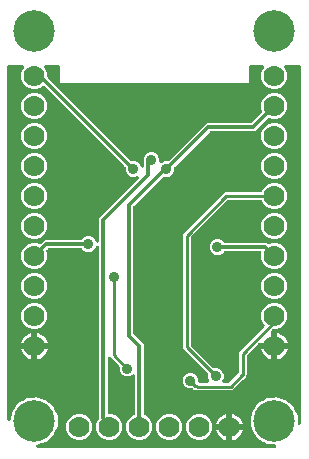
<source format=gbr>
G04 EAGLE Gerber RS-274X export*
G75*
%MOMM*%
%FSLAX34Y34*%
%LPD*%
%INBottom Copper*%
%IPPOS*%
%AMOC8*
5,1,8,0,0,1.08239X$1,22.5*%
G01*
%ADD10C,3.516000*%
%ADD11C,1.778000*%
%ADD12C,0.906400*%
%ADD13C,0.254000*%
%ADD14C,0.304800*%

G36*
X228642Y2546D02*
X228642Y2546D01*
X228719Y2545D01*
X228769Y2549D01*
X228803Y2556D01*
X228839Y2556D01*
X228930Y2579D01*
X228946Y2581D01*
X228964Y2587D01*
X228974Y2589D01*
X229111Y2616D01*
X229143Y2631D01*
X229177Y2639D01*
X229302Y2702D01*
X229429Y2759D01*
X229457Y2780D01*
X229488Y2796D01*
X229595Y2886D01*
X229706Y2970D01*
X229728Y2998D01*
X229755Y3020D01*
X229839Y3132D01*
X229927Y3239D01*
X229943Y3271D01*
X229964Y3299D01*
X230020Y3427D01*
X230082Y3551D01*
X230090Y3586D01*
X230105Y3618D01*
X230130Y3755D01*
X230162Y3891D01*
X230162Y3926D01*
X230169Y3961D01*
X230163Y4100D01*
X230163Y4239D01*
X230155Y4274D01*
X230153Y4309D01*
X230116Y4443D01*
X230084Y4579D01*
X230069Y4610D01*
X230059Y4644D01*
X229992Y4767D01*
X229931Y4892D01*
X229908Y4919D01*
X229891Y4950D01*
X229798Y5053D01*
X229710Y5161D01*
X229682Y5183D01*
X229658Y5209D01*
X229544Y5289D01*
X229434Y5374D01*
X229402Y5388D01*
X229373Y5408D01*
X229243Y5460D01*
X229116Y5518D01*
X229082Y5525D01*
X229049Y5538D01*
X228809Y5583D01*
X226942Y5779D01*
X226893Y5778D01*
X226783Y5787D01*
X224699Y5787D01*
X224167Y6008D01*
X224074Y6034D01*
X223984Y6070D01*
X223879Y6090D01*
X223832Y6103D01*
X223799Y6105D01*
X223743Y6115D01*
X222380Y6258D01*
X219468Y7940D01*
X219426Y7958D01*
X219290Y8028D01*
X217490Y8773D01*
X216902Y9361D01*
X216842Y9409D01*
X216788Y9465D01*
X216666Y9549D01*
X216629Y9578D01*
X216611Y9586D01*
X216586Y9604D01*
X215133Y10443D01*
X213376Y12861D01*
X213368Y12870D01*
X213220Y13043D01*
X211973Y14290D01*
X211559Y15290D01*
X211531Y15340D01*
X211512Y15394D01*
X211481Y15444D01*
X211479Y15447D01*
X211473Y15456D01*
X211399Y15579D01*
X211390Y15595D01*
X211387Y15597D01*
X211384Y15602D01*
X210213Y17214D01*
X209664Y19798D01*
X209658Y19815D01*
X209656Y19832D01*
X209581Y20065D01*
X208987Y21499D01*
X208987Y22822D01*
X208983Y22859D01*
X208985Y22896D01*
X208954Y23139D01*
X208473Y25400D01*
X208954Y27661D01*
X208958Y27698D01*
X208968Y27734D01*
X208987Y27978D01*
X208987Y29301D01*
X209581Y30735D01*
X209586Y30752D01*
X209594Y30767D01*
X209664Y31002D01*
X210213Y33586D01*
X211384Y35198D01*
X211412Y35247D01*
X211448Y35292D01*
X211546Y35485D01*
X211555Y35501D01*
X211556Y35505D01*
X211559Y35510D01*
X211973Y36510D01*
X213220Y37757D01*
X213228Y37766D01*
X213376Y37939D01*
X215133Y40357D01*
X216586Y41196D01*
X216648Y41242D01*
X216716Y41280D01*
X216828Y41376D01*
X216866Y41404D01*
X216879Y41419D01*
X216902Y41439D01*
X217490Y42027D01*
X219290Y42772D01*
X219330Y42795D01*
X219468Y42860D01*
X222380Y44542D01*
X223743Y44685D01*
X223838Y44706D01*
X223934Y44717D01*
X224036Y44750D01*
X224084Y44761D01*
X224114Y44775D01*
X224167Y44792D01*
X224699Y45013D01*
X226783Y45013D01*
X226832Y45018D01*
X226942Y45021D01*
X230704Y45416D01*
X231717Y45087D01*
X231831Y45064D01*
X231944Y45032D01*
X232018Y45026D01*
X232058Y45018D01*
X232103Y45020D01*
X232188Y45013D01*
X232501Y45013D01*
X234465Y44199D01*
X234506Y44188D01*
X234577Y44158D01*
X238663Y42830D01*
X239230Y42320D01*
X239341Y42241D01*
X239448Y42156D01*
X239490Y42135D01*
X239514Y42118D01*
X239560Y42099D01*
X239666Y42045D01*
X239710Y42027D01*
X241075Y40661D01*
X241099Y40642D01*
X241133Y40607D01*
X244883Y37230D01*
X245070Y36810D01*
X245150Y36675D01*
X245184Y36614D01*
X245530Y35778D01*
X245538Y35764D01*
X245546Y35741D01*
X248287Y29585D01*
X248287Y23800D01*
X248300Y23686D01*
X248304Y23572D01*
X248320Y23514D01*
X248327Y23454D01*
X248365Y23346D01*
X248396Y23235D01*
X248424Y23182D01*
X248444Y23126D01*
X248507Y23030D01*
X248561Y22929D01*
X248601Y22884D01*
X248633Y22833D01*
X248716Y22753D01*
X248792Y22667D01*
X248841Y22633D01*
X248884Y22591D01*
X248983Y22532D01*
X249076Y22466D01*
X249132Y22443D01*
X249183Y22412D01*
X249292Y22377D01*
X249399Y22334D01*
X249458Y22324D01*
X249515Y22306D01*
X249629Y22297D01*
X249743Y22279D01*
X249803Y22283D01*
X249862Y22278D01*
X249976Y22295D01*
X250090Y22303D01*
X250148Y22321D01*
X250207Y22330D01*
X250314Y22372D01*
X250423Y22406D01*
X250475Y22436D01*
X250531Y22458D01*
X250625Y22524D01*
X250724Y22582D01*
X250768Y22623D01*
X250817Y22657D01*
X250894Y22742D01*
X250977Y22822D01*
X251010Y22872D01*
X251050Y22916D01*
X251106Y23017D01*
X251169Y23112D01*
X251190Y23169D01*
X251219Y23221D01*
X251250Y23332D01*
X251290Y23439D01*
X251302Y23516D01*
X251314Y23557D01*
X251319Y23619D01*
X251329Y23681D01*
X251455Y25280D01*
X251453Y25323D01*
X251459Y25400D01*
X251459Y325120D01*
X251456Y325146D01*
X251458Y325172D01*
X251436Y325319D01*
X251419Y325466D01*
X251411Y325491D01*
X251407Y325517D01*
X251352Y325655D01*
X251302Y325794D01*
X251288Y325816D01*
X251278Y325841D01*
X251193Y325962D01*
X251113Y326087D01*
X251094Y326105D01*
X251079Y326127D01*
X250969Y326226D01*
X250862Y326329D01*
X250840Y326343D01*
X250820Y326360D01*
X250690Y326432D01*
X250563Y326508D01*
X250538Y326516D01*
X250515Y326529D01*
X250372Y326569D01*
X250231Y326614D01*
X250205Y326616D01*
X250180Y326624D01*
X249936Y326643D01*
X238581Y326643D01*
X238481Y326632D01*
X238381Y326630D01*
X238309Y326612D01*
X238235Y326603D01*
X238141Y326570D01*
X238043Y326545D01*
X237977Y326511D01*
X237907Y326486D01*
X237823Y326431D01*
X237733Y326385D01*
X237677Y326337D01*
X237614Y326297D01*
X237544Y326225D01*
X237468Y326160D01*
X237424Y326100D01*
X237372Y326046D01*
X237320Y325960D01*
X237261Y325879D01*
X237231Y325811D01*
X237193Y325747D01*
X237162Y325651D01*
X237123Y325559D01*
X237110Y325486D01*
X237087Y325415D01*
X237079Y325315D01*
X237061Y325216D01*
X237065Y325142D01*
X237059Y325068D01*
X237074Y324968D01*
X237079Y324868D01*
X237100Y324797D01*
X237111Y324723D01*
X237148Y324630D01*
X237176Y324533D01*
X237212Y324468D01*
X237239Y324399D01*
X237297Y324317D01*
X237346Y324229D01*
X237411Y324153D01*
X237438Y324113D01*
X237465Y324089D01*
X237504Y324043D01*
X237860Y323687D01*
X239523Y319673D01*
X239523Y315327D01*
X237860Y311313D01*
X234787Y308240D01*
X230773Y306577D01*
X226427Y306577D01*
X222413Y308240D01*
X219340Y311313D01*
X217677Y315327D01*
X217677Y319673D01*
X219340Y323687D01*
X219696Y324043D01*
X219758Y324121D01*
X219828Y324194D01*
X219866Y324258D01*
X219912Y324316D01*
X219955Y324407D01*
X220007Y324493D01*
X220030Y324564D01*
X220061Y324631D01*
X220082Y324729D01*
X220113Y324825D01*
X220119Y324899D01*
X220135Y324972D01*
X220133Y325072D01*
X220141Y325172D01*
X220130Y325246D01*
X220129Y325320D01*
X220104Y325417D01*
X220089Y325517D01*
X220062Y325586D01*
X220044Y325658D01*
X219998Y325748D01*
X219961Y325841D01*
X219918Y325902D01*
X219884Y325968D01*
X219819Y326045D01*
X219762Y326127D01*
X219707Y326177D01*
X219658Y326233D01*
X219577Y326293D01*
X219503Y326360D01*
X219438Y326396D01*
X219378Y326441D01*
X219286Y326480D01*
X219198Y326529D01*
X219126Y326549D01*
X219058Y326579D01*
X218959Y326596D01*
X218863Y326624D01*
X218762Y326632D01*
X218715Y326640D01*
X218679Y326638D01*
X218619Y326643D01*
X208524Y326643D01*
X208498Y326640D01*
X208472Y326642D01*
X208325Y326620D01*
X208178Y326603D01*
X208153Y326595D01*
X208127Y326591D01*
X207989Y326536D01*
X207850Y326486D01*
X207828Y326472D01*
X207803Y326462D01*
X207682Y326377D01*
X207557Y326297D01*
X207539Y326278D01*
X207517Y326263D01*
X207418Y326153D01*
X207315Y326046D01*
X207301Y326024D01*
X207284Y326004D01*
X207212Y325874D01*
X207136Y325747D01*
X207128Y325722D01*
X207115Y325699D01*
X207075Y325556D01*
X207030Y325415D01*
X207028Y325389D01*
X207020Y325364D01*
X207001Y325120D01*
X207001Y311460D01*
X207000Y311459D01*
X47000Y311459D01*
X46999Y311460D01*
X46999Y325120D01*
X46996Y325146D01*
X46998Y325172D01*
X46976Y325319D01*
X46959Y325466D01*
X46951Y325491D01*
X46947Y325517D01*
X46892Y325655D01*
X46842Y325794D01*
X46828Y325816D01*
X46818Y325841D01*
X46733Y325962D01*
X46653Y326087D01*
X46634Y326105D01*
X46619Y326127D01*
X46509Y326226D01*
X46402Y326329D01*
X46380Y326343D01*
X46360Y326360D01*
X46230Y326432D01*
X46103Y326508D01*
X46078Y326516D01*
X46055Y326529D01*
X45912Y326569D01*
X45771Y326614D01*
X45745Y326616D01*
X45720Y326624D01*
X45476Y326643D01*
X35381Y326643D01*
X35281Y326632D01*
X35181Y326630D01*
X35109Y326612D01*
X35035Y326603D01*
X34941Y326570D01*
X34843Y326545D01*
X34777Y326511D01*
X34707Y326486D01*
X34623Y326431D01*
X34533Y326385D01*
X34477Y326337D01*
X34414Y326297D01*
X34344Y326225D01*
X34268Y326160D01*
X34224Y326100D01*
X34172Y326046D01*
X34120Y325960D01*
X34061Y325879D01*
X34031Y325811D01*
X33993Y325747D01*
X33962Y325651D01*
X33923Y325559D01*
X33910Y325486D01*
X33887Y325415D01*
X33879Y325315D01*
X33861Y325216D01*
X33865Y325142D01*
X33859Y325068D01*
X33874Y324968D01*
X33879Y324868D01*
X33900Y324797D01*
X33911Y324723D01*
X33948Y324630D01*
X33976Y324533D01*
X34012Y324468D01*
X34039Y324399D01*
X34097Y324317D01*
X34146Y324229D01*
X34211Y324153D01*
X34238Y324113D01*
X34265Y324089D01*
X34304Y324043D01*
X34660Y323687D01*
X36323Y319673D01*
X36323Y317318D01*
X36337Y317193D01*
X36344Y317066D01*
X36357Y317020D01*
X36363Y316972D01*
X36405Y316853D01*
X36440Y316732D01*
X36464Y316689D01*
X36480Y316644D01*
X36549Y316538D01*
X36610Y316427D01*
X36650Y316381D01*
X36669Y316351D01*
X36704Y316318D01*
X36769Y316241D01*
X107239Y245771D01*
X107338Y245692D01*
X107432Y245608D01*
X107474Y245584D01*
X107512Y245554D01*
X107626Y245500D01*
X107737Y245439D01*
X107784Y245426D01*
X107827Y245405D01*
X107951Y245379D01*
X108072Y245344D01*
X108133Y245339D01*
X108168Y245332D01*
X108216Y245333D01*
X108316Y245325D01*
X110526Y245325D01*
X112939Y244325D01*
X114785Y242479D01*
X115433Y240916D01*
X115457Y240872D01*
X115474Y240824D01*
X115542Y240720D01*
X115602Y240611D01*
X115636Y240574D01*
X115663Y240531D01*
X115753Y240445D01*
X115836Y240353D01*
X115878Y240324D01*
X115914Y240289D01*
X116021Y240225D01*
X116123Y240155D01*
X116170Y240136D01*
X116213Y240110D01*
X116331Y240073D01*
X116447Y240027D01*
X116497Y240020D01*
X116545Y240004D01*
X116669Y239994D01*
X116792Y239976D01*
X116842Y239980D01*
X116892Y239976D01*
X117015Y239995D01*
X117139Y240005D01*
X117187Y240020D01*
X117237Y240028D01*
X117352Y240074D01*
X117471Y240112D01*
X117514Y240138D01*
X117561Y240157D01*
X117663Y240227D01*
X117769Y240292D01*
X117806Y240327D01*
X117847Y240356D01*
X117930Y240448D01*
X118019Y240535D01*
X118047Y240577D01*
X118080Y240614D01*
X118140Y240723D01*
X118208Y240828D01*
X118225Y240875D01*
X118249Y240919D01*
X118283Y241039D01*
X118324Y241156D01*
X118330Y241206D01*
X118344Y241255D01*
X118363Y241499D01*
X118363Y243641D01*
X118363Y243643D01*
X118363Y243645D01*
X118344Y243811D01*
X118323Y243988D01*
X118323Y243990D01*
X118322Y243992D01*
X118247Y244224D01*
X117895Y245074D01*
X117895Y247686D01*
X118895Y250099D01*
X120741Y251945D01*
X123154Y252945D01*
X125766Y252945D01*
X128179Y251945D01*
X130025Y250099D01*
X131025Y247686D01*
X131025Y245586D01*
X131036Y245486D01*
X131038Y245385D01*
X131056Y245313D01*
X131065Y245240D01*
X131099Y245145D01*
X131123Y245047D01*
X131157Y244981D01*
X131182Y244912D01*
X131237Y244827D01*
X131283Y244738D01*
X131331Y244681D01*
X131371Y244619D01*
X131444Y244549D01*
X131509Y244472D01*
X131568Y244428D01*
X131622Y244377D01*
X131708Y244325D01*
X131789Y244265D01*
X131857Y244236D01*
X131921Y244198D01*
X132017Y244167D01*
X132109Y244127D01*
X132182Y244114D01*
X132253Y244092D01*
X132353Y244084D01*
X132453Y244066D01*
X132526Y244070D01*
X132600Y244064D01*
X132700Y244079D01*
X132801Y244084D01*
X132872Y244104D01*
X132945Y244115D01*
X133039Y244153D01*
X133135Y244181D01*
X133200Y244217D01*
X133269Y244244D01*
X133303Y244268D01*
X135854Y245325D01*
X138064Y245325D01*
X138189Y245339D01*
X138316Y245346D01*
X138362Y245359D01*
X138410Y245365D01*
X138529Y245407D01*
X138650Y245442D01*
X138693Y245466D01*
X138738Y245482D01*
X138844Y245551D01*
X138955Y245612D01*
X139001Y245652D01*
X139031Y245671D01*
X139064Y245706D01*
X139141Y245771D01*
X168717Y275347D01*
X171247Y277877D01*
X208716Y277877D01*
X208841Y277891D01*
X208968Y277898D01*
X209014Y277911D01*
X209062Y277917D01*
X209181Y277959D01*
X209302Y277994D01*
X209345Y278018D01*
X209390Y278034D01*
X209496Y278103D01*
X209607Y278164D01*
X209653Y278204D01*
X209683Y278223D01*
X209717Y278258D01*
X209793Y278323D01*
X218047Y286577D01*
X218095Y286637D01*
X218150Y286690D01*
X218203Y286773D01*
X218264Y286850D01*
X218296Y286919D01*
X218338Y286984D01*
X218371Y287076D01*
X218413Y287165D01*
X218429Y287240D01*
X218454Y287312D01*
X218465Y287410D01*
X218486Y287506D01*
X218485Y287582D01*
X218493Y287658D01*
X218482Y287756D01*
X218480Y287854D01*
X218461Y287929D01*
X218453Y288004D01*
X218407Y288146D01*
X218395Y288192D01*
X218386Y288209D01*
X218377Y288237D01*
X217677Y289927D01*
X217677Y294273D01*
X219340Y298287D01*
X222413Y301360D01*
X226427Y303023D01*
X230773Y303023D01*
X234787Y301360D01*
X237860Y298287D01*
X239523Y294273D01*
X239523Y289927D01*
X237860Y285913D01*
X234787Y282840D01*
X230773Y281177D01*
X226427Y281177D01*
X224737Y281877D01*
X224664Y281898D01*
X224593Y281929D01*
X224497Y281946D01*
X224402Y281973D01*
X224326Y281977D01*
X224250Y281990D01*
X224152Y281985D01*
X224054Y281990D01*
X223979Y281976D01*
X223902Y281972D01*
X223808Y281945D01*
X223711Y281927D01*
X223641Y281897D01*
X223568Y281876D01*
X223482Y281828D01*
X223391Y281789D01*
X223330Y281743D01*
X223263Y281706D01*
X223150Y281609D01*
X223112Y281581D01*
X223099Y281566D01*
X223077Y281547D01*
X214823Y273293D01*
X212293Y270763D01*
X174824Y270763D01*
X174699Y270749D01*
X174572Y270742D01*
X174526Y270729D01*
X174478Y270723D01*
X174359Y270681D01*
X174238Y270646D01*
X174195Y270622D01*
X174150Y270606D01*
X174044Y270537D01*
X173933Y270476D01*
X173887Y270436D01*
X173857Y270417D01*
X173824Y270382D01*
X173747Y270317D01*
X144171Y240741D01*
X144092Y240642D01*
X144008Y240548D01*
X143984Y240506D01*
X143954Y240468D01*
X143900Y240354D01*
X143839Y240243D01*
X143826Y240196D01*
X143805Y240153D01*
X143779Y240029D01*
X143744Y239908D01*
X143739Y239847D01*
X143732Y239812D01*
X143733Y239764D01*
X143725Y239664D01*
X143725Y237454D01*
X142725Y235041D01*
X140879Y233195D01*
X138466Y232195D01*
X135854Y232195D01*
X135735Y232245D01*
X135661Y232266D01*
X135591Y232296D01*
X135494Y232313D01*
X135400Y232340D01*
X135323Y232344D01*
X135248Y232358D01*
X135150Y232353D01*
X135051Y232357D01*
X134976Y232344D01*
X134900Y232340D01*
X134805Y232313D01*
X134709Y232295D01*
X134638Y232264D01*
X134565Y232243D01*
X134479Y232195D01*
X134389Y232156D01*
X134328Y232110D01*
X134261Y232073D01*
X134147Y231976D01*
X134109Y231948D01*
X134097Y231934D01*
X134075Y231915D01*
X109413Y207253D01*
X109334Y207154D01*
X109250Y207060D01*
X109226Y207018D01*
X109196Y206980D01*
X109142Y206866D01*
X109081Y206755D01*
X109068Y206708D01*
X109047Y206665D01*
X109021Y206541D01*
X108986Y206420D01*
X108981Y206359D01*
X108974Y206324D01*
X108975Y206276D01*
X108967Y206176D01*
X108967Y99894D01*
X108981Y99769D01*
X108988Y99642D01*
X109001Y99596D01*
X109007Y99548D01*
X109049Y99429D01*
X109084Y99308D01*
X109108Y99265D01*
X109124Y99220D01*
X109193Y99114D01*
X109254Y99003D01*
X109294Y98957D01*
X109313Y98927D01*
X109348Y98894D01*
X109413Y98817D01*
X117857Y90373D01*
X117857Y31687D01*
X117865Y31611D01*
X117864Y31535D01*
X117885Y31439D01*
X117897Y31341D01*
X117922Y31269D01*
X117939Y31194D01*
X117981Y31106D01*
X118014Y31013D01*
X118056Y30949D01*
X118088Y30880D01*
X118150Y30803D01*
X118203Y30720D01*
X118258Y30667D01*
X118306Y30607D01*
X118383Y30546D01*
X118454Y30478D01*
X118519Y30439D01*
X118579Y30391D01*
X118712Y30323D01*
X118753Y30299D01*
X118771Y30293D01*
X118797Y30280D01*
X120487Y29580D01*
X123560Y26507D01*
X125223Y22493D01*
X125223Y18147D01*
X123560Y14133D01*
X120487Y11060D01*
X116473Y9397D01*
X112127Y9397D01*
X108113Y11060D01*
X105040Y14133D01*
X103377Y18147D01*
X103377Y22493D01*
X105040Y26507D01*
X108113Y29580D01*
X109803Y30280D01*
X109870Y30317D01*
X109941Y30345D01*
X110022Y30401D01*
X110108Y30449D01*
X110164Y30501D01*
X110227Y30544D01*
X110293Y30617D01*
X110366Y30683D01*
X110409Y30746D01*
X110460Y30803D01*
X110508Y30889D01*
X110564Y30970D01*
X110592Y31041D01*
X110629Y31108D01*
X110656Y31203D01*
X110692Y31294D01*
X110703Y31370D01*
X110724Y31443D01*
X110736Y31592D01*
X110743Y31639D01*
X110741Y31658D01*
X110743Y31687D01*
X110743Y63492D01*
X110741Y63509D01*
X110742Y63523D01*
X110732Y63594D01*
X110730Y63692D01*
X110712Y63764D01*
X110703Y63838D01*
X110670Y63933D01*
X110645Y64030D01*
X110611Y64096D01*
X110586Y64166D01*
X110531Y64251D01*
X110485Y64340D01*
X110437Y64397D01*
X110397Y64459D01*
X110325Y64529D01*
X110260Y64605D01*
X110200Y64650D01*
X110146Y64701D01*
X110060Y64753D01*
X109979Y64812D01*
X109911Y64842D01*
X109847Y64880D01*
X109752Y64911D01*
X109659Y64950D01*
X109586Y64964D01*
X109515Y64986D01*
X109415Y64994D01*
X109316Y65012D01*
X109242Y65008D01*
X109168Y65014D01*
X109069Y64999D01*
X108968Y64994D01*
X108897Y64974D01*
X108823Y64963D01*
X108730Y64925D01*
X108633Y64898D01*
X108568Y64861D01*
X108499Y64834D01*
X108417Y64777D01*
X108329Y64727D01*
X108253Y64662D01*
X108213Y64635D01*
X108189Y64608D01*
X108143Y64569D01*
X107859Y64285D01*
X105446Y63285D01*
X102834Y63285D01*
X100421Y64285D01*
X98575Y66131D01*
X97575Y68544D01*
X97575Y71113D01*
X97573Y71128D01*
X97574Y71139D01*
X97565Y71200D01*
X97561Y71239D01*
X97554Y71365D01*
X97541Y71411D01*
X97535Y71459D01*
X97493Y71578D01*
X97458Y71700D01*
X97434Y71742D01*
X97418Y71787D01*
X97349Y71894D01*
X97288Y72004D01*
X97248Y72050D01*
X97229Y72080D01*
X97194Y72114D01*
X97129Y72190D01*
X89977Y79342D01*
X89899Y79405D01*
X89826Y79474D01*
X89762Y79513D01*
X89704Y79559D01*
X89613Y79602D01*
X89527Y79653D01*
X89456Y79676D01*
X89389Y79708D01*
X89291Y79729D01*
X89195Y79759D01*
X89121Y79765D01*
X89048Y79781D01*
X88948Y79779D01*
X88848Y79787D01*
X88774Y79776D01*
X88700Y79775D01*
X88603Y79751D01*
X88503Y79736D01*
X88434Y79708D01*
X88362Y79690D01*
X88272Y79644D01*
X88179Y79607D01*
X88118Y79565D01*
X88052Y79530D01*
X87975Y79465D01*
X87893Y79408D01*
X87843Y79353D01*
X87787Y79305D01*
X87727Y79224D01*
X87660Y79149D01*
X87624Y79084D01*
X87579Y79024D01*
X87540Y78932D01*
X87491Y78844D01*
X87471Y78773D01*
X87441Y78704D01*
X87424Y78606D01*
X87396Y78509D01*
X87388Y78409D01*
X87380Y78361D01*
X87382Y78326D01*
X87377Y78265D01*
X87377Y32766D01*
X87380Y32740D01*
X87378Y32714D01*
X87400Y32567D01*
X87417Y32420D01*
X87425Y32395D01*
X87429Y32369D01*
X87484Y32231D01*
X87534Y32092D01*
X87548Y32070D01*
X87558Y32045D01*
X87643Y31924D01*
X87723Y31799D01*
X87742Y31781D01*
X87757Y31759D01*
X87867Y31660D01*
X87974Y31557D01*
X87996Y31543D01*
X88016Y31526D01*
X88146Y31454D01*
X88273Y31378D01*
X88298Y31370D01*
X88321Y31357D01*
X88464Y31317D01*
X88605Y31272D01*
X88631Y31270D01*
X88656Y31262D01*
X88900Y31243D01*
X91073Y31243D01*
X95087Y29580D01*
X98160Y26507D01*
X99823Y22493D01*
X99823Y18147D01*
X98160Y14133D01*
X95087Y11060D01*
X91073Y9397D01*
X86727Y9397D01*
X82713Y11060D01*
X79640Y14133D01*
X77977Y18147D01*
X77977Y22493D01*
X79640Y26507D01*
X79817Y26684D01*
X79896Y26783D01*
X79980Y26877D01*
X80004Y26919D01*
X80034Y26957D01*
X80088Y27071D01*
X80149Y27182D01*
X80162Y27229D01*
X80183Y27272D01*
X80209Y27396D01*
X80244Y27517D01*
X80249Y27578D01*
X80256Y27613D01*
X80255Y27661D01*
X80263Y27761D01*
X80263Y172521D01*
X80258Y172571D01*
X80260Y172622D01*
X80238Y172744D01*
X80223Y172868D01*
X80206Y172915D01*
X80197Y172965D01*
X80148Y173079D01*
X80106Y173196D01*
X80079Y173238D01*
X80059Y173284D01*
X79984Y173384D01*
X79917Y173489D01*
X79881Y173524D01*
X79851Y173564D01*
X79756Y173644D01*
X79666Y173731D01*
X79623Y173757D01*
X79585Y173789D01*
X79474Y173846D01*
X79367Y173910D01*
X79319Y173925D01*
X79274Y173948D01*
X79154Y173978D01*
X79035Y174016D01*
X78985Y174020D01*
X78936Y174032D01*
X78812Y174034D01*
X78688Y174044D01*
X78638Y174036D01*
X78588Y174037D01*
X78466Y174011D01*
X78343Y173992D01*
X78296Y173973D01*
X78247Y173963D01*
X78135Y173909D01*
X78019Y173863D01*
X77978Y173835D01*
X77932Y173813D01*
X77835Y173735D01*
X77733Y173664D01*
X77699Y173627D01*
X77660Y173596D01*
X77583Y173498D01*
X77500Y173406D01*
X77475Y173362D01*
X77444Y173322D01*
X77333Y173104D01*
X76685Y171541D01*
X74839Y169695D01*
X72426Y168695D01*
X69814Y168695D01*
X67401Y169695D01*
X65839Y171257D01*
X65740Y171336D01*
X65646Y171420D01*
X65604Y171444D01*
X65566Y171474D01*
X65452Y171528D01*
X65341Y171589D01*
X65294Y171602D01*
X65251Y171623D01*
X65127Y171649D01*
X65006Y171684D01*
X64945Y171689D01*
X64910Y171696D01*
X64862Y171695D01*
X64762Y171703D01*
X37664Y171703D01*
X37539Y171689D01*
X37412Y171682D01*
X37366Y171669D01*
X37318Y171663D01*
X37199Y171621D01*
X37078Y171586D01*
X37035Y171562D01*
X36990Y171546D01*
X36884Y171477D01*
X36773Y171416D01*
X36727Y171376D01*
X36697Y171357D01*
X36664Y171322D01*
X36587Y171257D01*
X35953Y170623D01*
X35905Y170563D01*
X35850Y170510D01*
X35797Y170427D01*
X35736Y170350D01*
X35703Y170281D01*
X35662Y170216D01*
X35629Y170124D01*
X35587Y170035D01*
X35571Y169960D01*
X35546Y169888D01*
X35535Y169790D01*
X35514Y169694D01*
X35515Y169618D01*
X35507Y169542D01*
X35518Y169444D01*
X35520Y169346D01*
X35539Y169272D01*
X35547Y169196D01*
X35593Y169054D01*
X35605Y169008D01*
X35614Y168991D01*
X35623Y168963D01*
X36323Y167273D01*
X36323Y162927D01*
X34660Y158913D01*
X31587Y155840D01*
X27573Y154177D01*
X23227Y154177D01*
X19213Y155840D01*
X16140Y158913D01*
X14477Y162927D01*
X14477Y167273D01*
X16140Y171287D01*
X19213Y174360D01*
X23227Y176023D01*
X27573Y176023D01*
X29263Y175323D01*
X29336Y175302D01*
X29407Y175271D01*
X29503Y175254D01*
X29598Y175227D01*
X29674Y175223D01*
X29750Y175210D01*
X29848Y175215D01*
X29946Y175210D01*
X30021Y175224D01*
X30098Y175228D01*
X30192Y175255D01*
X30289Y175273D01*
X30359Y175303D01*
X30432Y175324D01*
X30518Y175372D01*
X30609Y175411D01*
X30670Y175457D01*
X30737Y175494D01*
X30850Y175591D01*
X30888Y175619D01*
X30901Y175634D01*
X30923Y175653D01*
X34087Y178817D01*
X64762Y178817D01*
X64887Y178831D01*
X65014Y178838D01*
X65060Y178851D01*
X65108Y178857D01*
X65227Y178899D01*
X65348Y178934D01*
X65391Y178958D01*
X65436Y178974D01*
X65542Y179043D01*
X65653Y179104D01*
X65699Y179144D01*
X65729Y179163D01*
X65762Y179198D01*
X65839Y179263D01*
X67401Y180825D01*
X69814Y181825D01*
X72426Y181825D01*
X74839Y180825D01*
X76685Y178979D01*
X77333Y177416D01*
X77357Y177372D01*
X77374Y177324D01*
X77442Y177220D01*
X77502Y177111D01*
X77536Y177074D01*
X77563Y177031D01*
X77653Y176945D01*
X77736Y176853D01*
X77778Y176824D01*
X77814Y176789D01*
X77921Y176725D01*
X78023Y176655D01*
X78070Y176636D01*
X78113Y176610D01*
X78231Y176573D01*
X78347Y176527D01*
X78397Y176520D01*
X78445Y176504D01*
X78569Y176494D01*
X78692Y176476D01*
X78742Y176480D01*
X78792Y176476D01*
X78915Y176495D01*
X79039Y176505D01*
X79087Y176520D01*
X79137Y176528D01*
X79252Y176574D01*
X79371Y176612D01*
X79414Y176638D01*
X79461Y176657D01*
X79563Y176728D01*
X79669Y176792D01*
X79706Y176827D01*
X79747Y176856D01*
X79830Y176948D01*
X79919Y177035D01*
X79947Y177077D01*
X79980Y177114D01*
X80040Y177223D01*
X80108Y177328D01*
X80125Y177375D01*
X80149Y177419D01*
X80183Y177539D01*
X80224Y177656D01*
X80230Y177706D01*
X80244Y177755D01*
X80263Y177999D01*
X80263Y197053D01*
X113441Y230231D01*
X113472Y230270D01*
X113509Y230304D01*
X113580Y230406D01*
X113657Y230504D01*
X113679Y230549D01*
X113707Y230591D01*
X113753Y230706D01*
X113806Y230819D01*
X113817Y230868D01*
X113835Y230915D01*
X113853Y231038D01*
X113880Y231159D01*
X113879Y231210D01*
X113886Y231260D01*
X113876Y231384D01*
X113874Y231508D01*
X113861Y231557D01*
X113857Y231607D01*
X113819Y231725D01*
X113789Y231846D01*
X113766Y231891D01*
X113750Y231939D01*
X113686Y232045D01*
X113629Y232156D01*
X113596Y232194D01*
X113570Y232237D01*
X113484Y232326D01*
X113403Y232421D01*
X113363Y232451D01*
X113328Y232487D01*
X113223Y232554D01*
X113123Y232628D01*
X113077Y232648D01*
X113034Y232675D01*
X112917Y232717D01*
X112803Y232766D01*
X112753Y232775D01*
X112706Y232792D01*
X112582Y232806D01*
X112460Y232828D01*
X112410Y232825D01*
X112360Y232831D01*
X112236Y232816D01*
X112112Y232810D01*
X112063Y232796D01*
X112013Y232790D01*
X111781Y232715D01*
X110526Y232195D01*
X107914Y232195D01*
X105501Y233195D01*
X103655Y235041D01*
X102655Y237454D01*
X102655Y239664D01*
X102641Y239789D01*
X102634Y239916D01*
X102621Y239962D01*
X102615Y240010D01*
X102573Y240129D01*
X102538Y240250D01*
X102514Y240293D01*
X102498Y240338D01*
X102429Y240444D01*
X102368Y240555D01*
X102328Y240601D01*
X102309Y240631D01*
X102274Y240665D01*
X102209Y240741D01*
X34226Y308724D01*
X34205Y308741D01*
X34188Y308761D01*
X34069Y308849D01*
X33953Y308941D01*
X33929Y308952D01*
X33908Y308968D01*
X33772Y309027D01*
X33638Y309090D01*
X33612Y309095D01*
X33588Y309106D01*
X33441Y309132D01*
X33297Y309163D01*
X33271Y309163D01*
X33245Y309168D01*
X33096Y309160D01*
X32948Y309157D01*
X32923Y309151D01*
X32897Y309150D01*
X32754Y309109D01*
X32610Y309072D01*
X32587Y309060D01*
X32562Y309053D01*
X32433Y308981D01*
X32301Y308913D01*
X32281Y308896D01*
X32258Y308883D01*
X32071Y308724D01*
X31587Y308240D01*
X27573Y306577D01*
X23227Y306577D01*
X19213Y308240D01*
X16140Y311313D01*
X14477Y315327D01*
X14477Y319673D01*
X16140Y323687D01*
X16496Y324043D01*
X16558Y324121D01*
X16628Y324194D01*
X16666Y324258D01*
X16712Y324316D01*
X16755Y324407D01*
X16807Y324493D01*
X16830Y324564D01*
X16861Y324631D01*
X16882Y324729D01*
X16913Y324825D01*
X16919Y324899D01*
X16935Y324972D01*
X16933Y325072D01*
X16941Y325172D01*
X16930Y325246D01*
X16929Y325320D01*
X16904Y325417D01*
X16889Y325517D01*
X16862Y325586D01*
X16844Y325658D01*
X16798Y325748D01*
X16761Y325841D01*
X16718Y325902D01*
X16684Y325968D01*
X16619Y326045D01*
X16562Y326127D01*
X16507Y326177D01*
X16458Y326233D01*
X16377Y326293D01*
X16303Y326360D01*
X16238Y326396D01*
X16178Y326441D01*
X16086Y326480D01*
X15998Y326529D01*
X15926Y326549D01*
X15858Y326579D01*
X15759Y326596D01*
X15663Y326624D01*
X15562Y326632D01*
X15515Y326640D01*
X15479Y326638D01*
X15419Y326643D01*
X4064Y326643D01*
X4038Y326640D01*
X4012Y326642D01*
X3865Y326620D01*
X3718Y326603D01*
X3693Y326595D01*
X3667Y326591D01*
X3529Y326536D01*
X3390Y326486D01*
X3368Y326472D01*
X3343Y326462D01*
X3222Y326377D01*
X3097Y326297D01*
X3079Y326278D01*
X3057Y326263D01*
X2958Y326153D01*
X2855Y326046D01*
X2841Y326024D01*
X2824Y326004D01*
X2752Y325874D01*
X2676Y325747D01*
X2668Y325722D01*
X2655Y325699D01*
X2615Y325556D01*
X2570Y325415D01*
X2568Y325389D01*
X2560Y325364D01*
X2541Y325120D01*
X2541Y27037D01*
X2542Y27022D01*
X2541Y27007D01*
X2562Y26849D01*
X2581Y26691D01*
X2586Y26676D01*
X2588Y26661D01*
X2645Y26512D01*
X2698Y26363D01*
X2706Y26350D01*
X2712Y26336D01*
X2801Y26204D01*
X2887Y26070D01*
X2898Y26059D01*
X2907Y26047D01*
X3023Y25938D01*
X3138Y25828D01*
X3151Y25820D01*
X3162Y25809D01*
X3300Y25730D01*
X3437Y25649D01*
X3451Y25644D01*
X3465Y25637D01*
X3617Y25591D01*
X3769Y25543D01*
X3784Y25541D01*
X3799Y25537D01*
X3958Y25527D01*
X4116Y25515D01*
X4131Y25517D01*
X4146Y25516D01*
X4304Y25543D01*
X4461Y25566D01*
X4475Y25572D01*
X4490Y25574D01*
X4637Y25636D01*
X4785Y25695D01*
X4797Y25704D01*
X4811Y25710D01*
X4940Y25803D01*
X5071Y25894D01*
X5081Y25905D01*
X5093Y25914D01*
X5198Y26034D01*
X5304Y26153D01*
X5312Y26166D01*
X5322Y26178D01*
X5396Y26318D01*
X5473Y26458D01*
X5477Y26472D01*
X5484Y26486D01*
X5554Y26720D01*
X5754Y27661D01*
X5757Y27698D01*
X5768Y27734D01*
X5787Y27978D01*
X5787Y29301D01*
X6381Y30735D01*
X6386Y30752D01*
X6394Y30767D01*
X6464Y31002D01*
X7013Y33586D01*
X8184Y35198D01*
X8212Y35247D01*
X8248Y35292D01*
X8346Y35485D01*
X8355Y35501D01*
X8356Y35505D01*
X8359Y35510D01*
X8773Y36510D01*
X10020Y37757D01*
X10028Y37766D01*
X10176Y37939D01*
X11933Y40357D01*
X13386Y41196D01*
X13448Y41242D01*
X13516Y41280D01*
X13628Y41376D01*
X13666Y41404D01*
X13679Y41419D01*
X13702Y41439D01*
X14290Y42027D01*
X16090Y42772D01*
X16130Y42795D01*
X16268Y42860D01*
X19180Y44542D01*
X20543Y44685D01*
X20638Y44706D01*
X20734Y44717D01*
X20836Y44750D01*
X20884Y44761D01*
X20914Y44775D01*
X20967Y44792D01*
X21499Y45013D01*
X23583Y45013D01*
X23632Y45018D01*
X23742Y45021D01*
X27504Y45416D01*
X28517Y45087D01*
X28631Y45064D01*
X28744Y45032D01*
X28818Y45026D01*
X28858Y45018D01*
X28903Y45020D01*
X28988Y45013D01*
X29301Y45013D01*
X31265Y44199D01*
X31306Y44188D01*
X31377Y44158D01*
X35463Y42830D01*
X36030Y42320D01*
X36141Y42241D01*
X36248Y42156D01*
X36290Y42135D01*
X36314Y42118D01*
X36360Y42099D01*
X36466Y42045D01*
X36510Y42027D01*
X37875Y40661D01*
X37899Y40642D01*
X37933Y40607D01*
X41683Y37230D01*
X41870Y36810D01*
X41950Y36675D01*
X41984Y36614D01*
X42330Y35778D01*
X42338Y35764D01*
X42346Y35741D01*
X45087Y29585D01*
X45087Y21215D01*
X42346Y15059D01*
X42341Y15044D01*
X42330Y15022D01*
X41996Y14216D01*
X41987Y14205D01*
X41977Y14186D01*
X41968Y14175D01*
X41950Y14137D01*
X41870Y13990D01*
X41683Y13570D01*
X37933Y10193D01*
X37913Y10171D01*
X37875Y10138D01*
X36510Y8773D01*
X36466Y8755D01*
X36346Y8688D01*
X36224Y8628D01*
X36187Y8600D01*
X36162Y8586D01*
X36124Y8552D01*
X36030Y8480D01*
X35463Y7970D01*
X31377Y6642D01*
X31339Y6625D01*
X31265Y6601D01*
X29301Y5787D01*
X28988Y5787D01*
X28872Y5774D01*
X28755Y5769D01*
X28682Y5752D01*
X28641Y5747D01*
X28600Y5732D01*
X28517Y5713D01*
X27901Y5513D01*
X27801Y5467D01*
X27698Y5430D01*
X27643Y5395D01*
X27584Y5368D01*
X27497Y5301D01*
X27405Y5241D01*
X27360Y5194D01*
X27309Y5155D01*
X27239Y5069D01*
X27163Y4990D01*
X27129Y4935D01*
X27088Y4884D01*
X27040Y4786D01*
X26984Y4691D01*
X26964Y4629D01*
X26936Y4571D01*
X26911Y4464D01*
X26878Y4359D01*
X26872Y4295D01*
X26858Y4232D01*
X26858Y4121D01*
X26850Y4012D01*
X26859Y3948D01*
X26859Y3883D01*
X26885Y3776D01*
X26901Y3667D01*
X26925Y3607D01*
X26940Y3544D01*
X26989Y3445D01*
X27030Y3343D01*
X27067Y3290D01*
X27096Y3232D01*
X27166Y3147D01*
X27229Y3057D01*
X27277Y3014D01*
X27318Y2964D01*
X27406Y2897D01*
X27488Y2824D01*
X27544Y2792D01*
X27596Y2753D01*
X27696Y2708D01*
X27793Y2655D01*
X27855Y2638D01*
X27914Y2611D01*
X28022Y2590D01*
X28128Y2560D01*
X28213Y2554D01*
X28256Y2545D01*
X28298Y2547D01*
X28372Y2541D01*
X228600Y2541D01*
X228642Y2546D01*
G37*
%LPC*%
G36*
X162227Y51307D02*
X162227Y51307D01*
X162174Y51349D01*
X162040Y51455D01*
X162038Y51456D01*
X162036Y51457D01*
X161819Y51569D01*
X160934Y51935D01*
X160932Y51936D01*
X160930Y51937D01*
X160765Y51983D01*
X160599Y52031D01*
X160597Y52031D01*
X160595Y52032D01*
X160457Y52043D01*
X159820Y52679D01*
X159721Y52758D01*
X159627Y52842D01*
X159585Y52866D01*
X159547Y52896D01*
X159433Y52950D01*
X159322Y53011D01*
X159276Y53024D01*
X159232Y53045D01*
X159109Y53071D01*
X158987Y53106D01*
X158926Y53111D01*
X158891Y53118D01*
X158843Y53117D01*
X158743Y53125D01*
X156174Y53125D01*
X153761Y54125D01*
X151915Y55971D01*
X150915Y58384D01*
X150915Y60996D01*
X151915Y63409D01*
X153761Y65255D01*
X156174Y66255D01*
X158786Y66255D01*
X161199Y65255D01*
X163045Y63409D01*
X164045Y60996D01*
X164045Y59436D01*
X164048Y59410D01*
X164046Y59384D01*
X164068Y59237D01*
X164085Y59090D01*
X164093Y59065D01*
X164097Y59039D01*
X164152Y58901D01*
X164202Y58762D01*
X164216Y58740D01*
X164226Y58715D01*
X164311Y58594D01*
X164391Y58469D01*
X164410Y58451D01*
X164425Y58429D01*
X164535Y58330D01*
X164642Y58227D01*
X164664Y58213D01*
X164684Y58196D01*
X164814Y58124D01*
X164941Y58048D01*
X164966Y58040D01*
X164989Y58027D01*
X165132Y57987D01*
X165273Y57942D01*
X165299Y57940D01*
X165324Y57932D01*
X165568Y57913D01*
X171999Y57913D01*
X172148Y57930D01*
X172298Y57942D01*
X172321Y57950D01*
X172345Y57953D01*
X172486Y58003D01*
X172630Y58049D01*
X172651Y58062D01*
X172673Y58070D01*
X172800Y58152D01*
X172928Y58229D01*
X172946Y58246D01*
X172966Y58259D01*
X173071Y58367D01*
X173178Y58472D01*
X173192Y58492D01*
X173208Y58510D01*
X173286Y58639D01*
X173367Y58765D01*
X173375Y58788D01*
X173387Y58809D01*
X173433Y58952D01*
X173483Y59094D01*
X173486Y59118D01*
X173493Y59141D01*
X173505Y59290D01*
X173522Y59440D01*
X173519Y59464D01*
X173521Y59488D01*
X173499Y59637D01*
X173481Y59786D01*
X173473Y59814D01*
X173470Y59833D01*
X173452Y59877D01*
X173406Y60019D01*
X172505Y62194D01*
X172505Y64763D01*
X172491Y64889D01*
X172484Y65015D01*
X172471Y65061D01*
X172465Y65109D01*
X172423Y65228D01*
X172388Y65350D01*
X172364Y65392D01*
X172348Y65437D01*
X172279Y65544D01*
X172218Y65654D01*
X172178Y65700D01*
X172159Y65730D01*
X172124Y65764D01*
X172059Y65840D01*
X151002Y86897D01*
X151002Y183613D01*
X186592Y219203D01*
X217128Y219203D01*
X217203Y219211D01*
X217280Y219210D01*
X217376Y219231D01*
X217474Y219243D01*
X217546Y219268D01*
X217620Y219285D01*
X217709Y219327D01*
X217802Y219360D01*
X217866Y219402D01*
X217935Y219434D01*
X218012Y219496D01*
X218095Y219549D01*
X218148Y219604D01*
X218208Y219652D01*
X218268Y219729D01*
X218337Y219800D01*
X218376Y219865D01*
X218423Y219925D01*
X218492Y220058D01*
X218516Y220099D01*
X218522Y220117D01*
X218535Y220143D01*
X219340Y222087D01*
X222413Y225160D01*
X226427Y226823D01*
X230773Y226823D01*
X234787Y225160D01*
X237860Y222087D01*
X239523Y218073D01*
X239523Y213727D01*
X237860Y209713D01*
X234787Y206640D01*
X230773Y204977D01*
X226427Y204977D01*
X222413Y206640D01*
X219340Y209713D01*
X218535Y211657D01*
X218498Y211724D01*
X218470Y211795D01*
X218413Y211876D01*
X218366Y211962D01*
X218314Y212018D01*
X218271Y212081D01*
X218198Y212147D01*
X218131Y212220D01*
X218069Y212263D01*
X218012Y212314D01*
X217926Y212362D01*
X217845Y212418D01*
X217774Y212446D01*
X217707Y212483D01*
X217612Y212510D01*
X217521Y212546D01*
X217445Y212557D01*
X217371Y212578D01*
X217222Y212590D01*
X217176Y212597D01*
X217157Y212595D01*
X217128Y212597D01*
X189959Y212597D01*
X189833Y212583D01*
X189707Y212576D01*
X189661Y212563D01*
X189613Y212557D01*
X189494Y212515D01*
X189372Y212480D01*
X189330Y212456D01*
X189285Y212440D01*
X189178Y212371D01*
X189068Y212310D01*
X189022Y212270D01*
X188992Y212251D01*
X188958Y212216D01*
X188882Y212151D01*
X158054Y181323D01*
X157975Y181224D01*
X157891Y181130D01*
X157867Y181088D01*
X157837Y181050D01*
X157783Y180936D01*
X157722Y180825D01*
X157709Y180779D01*
X157688Y180735D01*
X157662Y180612D01*
X157627Y180490D01*
X157622Y180429D01*
X157615Y180394D01*
X157616Y180346D01*
X157608Y180246D01*
X157608Y90264D01*
X157622Y90138D01*
X157629Y90012D01*
X157642Y89966D01*
X157648Y89918D01*
X157690Y89799D01*
X157725Y89677D01*
X157749Y89635D01*
X157765Y89590D01*
X157834Y89483D01*
X157895Y89373D01*
X157935Y89327D01*
X157954Y89297D01*
X157989Y89263D01*
X158054Y89187D01*
X176730Y70511D01*
X176829Y70432D01*
X176923Y70348D01*
X176965Y70324D01*
X177003Y70294D01*
X177117Y70240D01*
X177228Y70179D01*
X177274Y70166D01*
X177318Y70145D01*
X177441Y70119D01*
X177563Y70084D01*
X177624Y70079D01*
X177659Y70072D01*
X177707Y70073D01*
X177807Y70065D01*
X180376Y70065D01*
X182789Y69065D01*
X184635Y67219D01*
X185635Y64806D01*
X185635Y62194D01*
X184734Y60019D01*
X184692Y59874D01*
X184647Y59731D01*
X184645Y59707D01*
X184638Y59684D01*
X184631Y59533D01*
X184619Y59384D01*
X184622Y59360D01*
X184621Y59336D01*
X184648Y59188D01*
X184670Y59039D01*
X184679Y59017D01*
X184684Y58993D01*
X184744Y58855D01*
X184799Y58715D01*
X184813Y58695D01*
X184822Y58673D01*
X184912Y58552D01*
X184998Y58429D01*
X185016Y58413D01*
X185030Y58393D01*
X185145Y58296D01*
X185257Y58196D01*
X185278Y58184D01*
X185296Y58168D01*
X185430Y58100D01*
X185562Y58027D01*
X185585Y58021D01*
X185607Y58010D01*
X185752Y57973D01*
X185897Y57932D01*
X185926Y57930D01*
X185945Y57925D01*
X185992Y57925D01*
X186141Y57913D01*
X189771Y57913D01*
X189897Y57927D01*
X190023Y57934D01*
X190069Y57947D01*
X190117Y57953D01*
X190236Y57995D01*
X190358Y58030D01*
X190400Y58054D01*
X190445Y58070D01*
X190552Y58139D01*
X190662Y58200D01*
X190708Y58240D01*
X190738Y58259D01*
X190772Y58294D01*
X190848Y58359D01*
X198181Y65692D01*
X198260Y65791D01*
X198344Y65885D01*
X198368Y65927D01*
X198398Y65965D01*
X198452Y66079D01*
X198513Y66190D01*
X198526Y66236D01*
X198547Y66280D01*
X198573Y66403D01*
X198608Y66525D01*
X198613Y66586D01*
X198620Y66621D01*
X198619Y66669D01*
X198627Y66769D01*
X198627Y83918D01*
X220004Y105295D01*
X220020Y105315D01*
X220040Y105332D01*
X220129Y105452D01*
X220221Y105568D01*
X220232Y105592D01*
X220247Y105613D01*
X220306Y105749D01*
X220370Y105883D01*
X220375Y105908D01*
X220385Y105933D01*
X220412Y106079D01*
X220443Y106224D01*
X220442Y106250D01*
X220447Y106276D01*
X220439Y106424D01*
X220437Y106572D01*
X220431Y106597D01*
X220429Y106624D01*
X220388Y106766D01*
X220352Y106910D01*
X220340Y106933D01*
X220333Y106959D01*
X220260Y107088D01*
X220192Y107220D01*
X220175Y107240D01*
X220162Y107263D01*
X220004Y107449D01*
X219340Y108113D01*
X217677Y112127D01*
X217677Y116473D01*
X219340Y120487D01*
X222413Y123560D01*
X226427Y125223D01*
X230773Y125223D01*
X234787Y123560D01*
X237860Y120487D01*
X239523Y116473D01*
X239523Y112127D01*
X237860Y108113D01*
X234787Y105040D01*
X230773Y103377D01*
X228059Y103377D01*
X227933Y103363D01*
X227807Y103356D01*
X227761Y103343D01*
X227713Y103337D01*
X227594Y103295D01*
X227472Y103260D01*
X227430Y103236D01*
X227385Y103220D01*
X227278Y103151D01*
X227168Y103090D01*
X227122Y103050D01*
X227092Y103031D01*
X227058Y102996D01*
X226982Y102931D01*
X226547Y102496D01*
X226468Y102397D01*
X226384Y102303D01*
X226360Y102261D01*
X226330Y102223D01*
X226276Y102109D01*
X226215Y101998D01*
X226202Y101952D01*
X226181Y101908D01*
X226155Y101785D01*
X226120Y101663D01*
X226115Y101602D01*
X226108Y101567D01*
X226109Y101519D01*
X226101Y101419D01*
X226101Y91399D01*
X216081Y91399D01*
X215955Y91385D01*
X215829Y91378D01*
X215783Y91365D01*
X215735Y91359D01*
X215616Y91317D01*
X215494Y91282D01*
X215452Y91258D01*
X215407Y91242D01*
X215300Y91173D01*
X215190Y91112D01*
X215144Y91072D01*
X215114Y91053D01*
X215080Y91018D01*
X215004Y90953D01*
X205679Y81628D01*
X205600Y81529D01*
X205516Y81435D01*
X205492Y81393D01*
X205462Y81355D01*
X205408Y81241D01*
X205347Y81130D01*
X205334Y81084D01*
X205313Y81040D01*
X205287Y80917D01*
X205252Y80795D01*
X205247Y80734D01*
X205240Y80699D01*
X205241Y80651D01*
X205233Y80551D01*
X205233Y64437D01*
X205194Y64397D01*
X205172Y64359D01*
X205085Y64250D01*
X205084Y64248D01*
X205083Y64246D01*
X204971Y64029D01*
X204605Y63144D01*
X204604Y63142D01*
X204603Y63140D01*
X204555Y62970D01*
X204509Y62809D01*
X204509Y62807D01*
X204508Y62805D01*
X204497Y62667D01*
X203498Y61667D01*
X202108Y60278D01*
X202108Y60277D01*
X193138Y51307D01*
X162227Y51307D01*
G37*
%LPD*%
%LPC*%
G36*
X226427Y154177D02*
X226427Y154177D01*
X222413Y155840D01*
X219340Y158913D01*
X217677Y162927D01*
X217677Y167370D01*
X217684Y167392D01*
X217691Y167542D01*
X217703Y167692D01*
X217700Y167716D01*
X217701Y167740D01*
X217674Y167888D01*
X217651Y168037D01*
X217643Y168059D01*
X217638Y168082D01*
X217578Y168221D01*
X217523Y168361D01*
X217509Y168380D01*
X217500Y168402D01*
X217410Y168523D01*
X217324Y168647D01*
X217306Y168663D01*
X217292Y168682D01*
X217177Y168780D01*
X217065Y168880D01*
X217044Y168892D01*
X217026Y168907D01*
X216892Y168976D01*
X216760Y169049D01*
X216737Y169055D01*
X216716Y169066D01*
X216570Y169103D01*
X216424Y169144D01*
X216396Y169146D01*
X216378Y169150D01*
X216331Y169151D01*
X216181Y169163D01*
X186698Y169163D01*
X186573Y169149D01*
X186446Y169142D01*
X186400Y169129D01*
X186352Y169123D01*
X186233Y169081D01*
X186112Y169046D01*
X186069Y169022D01*
X186024Y169006D01*
X185918Y168937D01*
X185807Y168876D01*
X185761Y168836D01*
X185731Y168817D01*
X185698Y168782D01*
X185621Y168717D01*
X184059Y167155D01*
X181646Y166155D01*
X179034Y166155D01*
X176621Y167155D01*
X174775Y169001D01*
X173775Y171414D01*
X173775Y174026D01*
X174775Y176439D01*
X176621Y178285D01*
X179034Y179285D01*
X181646Y179285D01*
X184059Y178285D01*
X185621Y176723D01*
X185720Y176644D01*
X185814Y176560D01*
X185856Y176536D01*
X185894Y176506D01*
X186008Y176452D01*
X186119Y176391D01*
X186166Y176378D01*
X186209Y176357D01*
X186333Y176331D01*
X186454Y176296D01*
X186515Y176291D01*
X186550Y176284D01*
X186598Y176285D01*
X186698Y176277D01*
X222453Y176277D01*
X223077Y175653D01*
X223137Y175605D01*
X223190Y175550D01*
X223273Y175497D01*
X223350Y175436D01*
X223419Y175403D01*
X223484Y175362D01*
X223576Y175329D01*
X223665Y175287D01*
X223740Y175271D01*
X223812Y175246D01*
X223910Y175235D01*
X224006Y175214D01*
X224082Y175215D01*
X224158Y175207D01*
X224256Y175218D01*
X224354Y175220D01*
X224429Y175239D01*
X224504Y175247D01*
X224646Y175293D01*
X224692Y175305D01*
X224709Y175314D01*
X224737Y175323D01*
X226427Y176023D01*
X230773Y176023D01*
X234787Y174360D01*
X237860Y171287D01*
X239523Y167273D01*
X239523Y162927D01*
X237860Y158913D01*
X234787Y155840D01*
X230773Y154177D01*
X226427Y154177D01*
G37*
%LPD*%
%LPC*%
G36*
X23227Y281177D02*
X23227Y281177D01*
X19213Y282840D01*
X16140Y285913D01*
X14477Y289927D01*
X14477Y294273D01*
X16140Y298287D01*
X19213Y301360D01*
X23227Y303023D01*
X27573Y303023D01*
X31587Y301360D01*
X34660Y298287D01*
X36323Y294273D01*
X36323Y289927D01*
X34660Y285913D01*
X31587Y282840D01*
X27573Y281177D01*
X23227Y281177D01*
G37*
%LPD*%
%LPC*%
G36*
X226427Y255777D02*
X226427Y255777D01*
X222413Y257440D01*
X219340Y260513D01*
X217677Y264527D01*
X217677Y268873D01*
X219340Y272887D01*
X222413Y275960D01*
X226427Y277623D01*
X230773Y277623D01*
X234787Y275960D01*
X237860Y272887D01*
X239523Y268873D01*
X239523Y264527D01*
X237860Y260513D01*
X234787Y257440D01*
X230773Y255777D01*
X226427Y255777D01*
G37*
%LPD*%
%LPC*%
G36*
X23227Y255777D02*
X23227Y255777D01*
X19213Y257440D01*
X16140Y260513D01*
X14477Y264527D01*
X14477Y268873D01*
X16140Y272887D01*
X19213Y275960D01*
X23227Y277623D01*
X27573Y277623D01*
X31587Y275960D01*
X34660Y272887D01*
X36323Y268873D01*
X36323Y264527D01*
X34660Y260513D01*
X31587Y257440D01*
X27573Y255777D01*
X23227Y255777D01*
G37*
%LPD*%
%LPC*%
G36*
X226427Y230377D02*
X226427Y230377D01*
X222413Y232040D01*
X219340Y235113D01*
X217677Y239127D01*
X217677Y243473D01*
X219340Y247487D01*
X222413Y250560D01*
X226427Y252223D01*
X230773Y252223D01*
X234787Y250560D01*
X237860Y247487D01*
X239523Y243473D01*
X239523Y239127D01*
X237860Y235113D01*
X234787Y232040D01*
X230773Y230377D01*
X226427Y230377D01*
G37*
%LPD*%
%LPC*%
G36*
X23227Y230377D02*
X23227Y230377D01*
X19213Y232040D01*
X16140Y235113D01*
X14477Y239127D01*
X14477Y243473D01*
X16140Y247487D01*
X19213Y250560D01*
X23227Y252223D01*
X27573Y252223D01*
X31587Y250560D01*
X34660Y247487D01*
X36323Y243473D01*
X36323Y239127D01*
X34660Y235113D01*
X31587Y232040D01*
X27573Y230377D01*
X23227Y230377D01*
G37*
%LPD*%
%LPC*%
G36*
X23227Y204977D02*
X23227Y204977D01*
X19213Y206640D01*
X16140Y209713D01*
X14477Y213727D01*
X14477Y218073D01*
X16140Y222087D01*
X19213Y225160D01*
X23227Y226823D01*
X27573Y226823D01*
X31587Y225160D01*
X34660Y222087D01*
X36323Y218073D01*
X36323Y213727D01*
X34660Y209713D01*
X31587Y206640D01*
X27573Y204977D01*
X23227Y204977D01*
G37*
%LPD*%
%LPC*%
G36*
X226427Y179577D02*
X226427Y179577D01*
X222413Y181240D01*
X219340Y184313D01*
X217677Y188327D01*
X217677Y192673D01*
X219340Y196687D01*
X222413Y199760D01*
X226427Y201423D01*
X230773Y201423D01*
X234787Y199760D01*
X237860Y196687D01*
X239523Y192673D01*
X239523Y188327D01*
X237860Y184313D01*
X234787Y181240D01*
X230773Y179577D01*
X226427Y179577D01*
G37*
%LPD*%
%LPC*%
G36*
X23227Y179577D02*
X23227Y179577D01*
X19213Y181240D01*
X16140Y184313D01*
X14477Y188327D01*
X14477Y192673D01*
X16140Y196687D01*
X19213Y199760D01*
X23227Y201423D01*
X27573Y201423D01*
X31587Y199760D01*
X34660Y196687D01*
X36323Y192673D01*
X36323Y188327D01*
X34660Y184313D01*
X31587Y181240D01*
X27573Y179577D01*
X23227Y179577D01*
G37*
%LPD*%
%LPC*%
G36*
X226427Y128777D02*
X226427Y128777D01*
X222413Y130440D01*
X219340Y133513D01*
X217677Y137527D01*
X217677Y141873D01*
X219340Y145887D01*
X222413Y148960D01*
X226427Y150623D01*
X230773Y150623D01*
X234787Y148960D01*
X237860Y145887D01*
X239523Y141873D01*
X239523Y137527D01*
X237860Y133513D01*
X234787Y130440D01*
X230773Y128777D01*
X226427Y128777D01*
G37*
%LPD*%
%LPC*%
G36*
X23227Y128777D02*
X23227Y128777D01*
X19213Y130440D01*
X16140Y133513D01*
X14477Y137527D01*
X14477Y141873D01*
X16140Y145887D01*
X19213Y148960D01*
X23227Y150623D01*
X27573Y150623D01*
X31587Y148960D01*
X34660Y145887D01*
X36323Y141873D01*
X36323Y137527D01*
X34660Y133513D01*
X31587Y130440D01*
X27573Y128777D01*
X23227Y128777D01*
G37*
%LPD*%
%LPC*%
G36*
X23227Y103377D02*
X23227Y103377D01*
X19213Y105040D01*
X16140Y108113D01*
X14477Y112127D01*
X14477Y116473D01*
X16140Y120487D01*
X19213Y123560D01*
X23227Y125223D01*
X27573Y125223D01*
X31587Y123560D01*
X34660Y120487D01*
X36323Y116473D01*
X36323Y112127D01*
X34660Y108113D01*
X31587Y105040D01*
X27573Y103377D01*
X23227Y103377D01*
G37*
%LPD*%
%LPC*%
G36*
X162927Y9397D02*
X162927Y9397D01*
X158913Y11060D01*
X155840Y14133D01*
X154177Y18147D01*
X154177Y22493D01*
X155840Y26507D01*
X158913Y29580D01*
X162927Y31243D01*
X167273Y31243D01*
X171287Y29580D01*
X174360Y26507D01*
X176023Y22493D01*
X176023Y18147D01*
X174360Y14133D01*
X171287Y11060D01*
X167273Y9397D01*
X162927Y9397D01*
G37*
%LPD*%
%LPC*%
G36*
X137527Y9397D02*
X137527Y9397D01*
X133513Y11060D01*
X130440Y14133D01*
X128777Y18147D01*
X128777Y22493D01*
X130440Y26507D01*
X133513Y29580D01*
X137527Y31243D01*
X141873Y31243D01*
X145887Y29580D01*
X148960Y26507D01*
X150623Y22493D01*
X150623Y18147D01*
X148960Y14133D01*
X145887Y11060D01*
X141873Y9397D01*
X137527Y9397D01*
G37*
%LPD*%
%LPC*%
G36*
X61327Y9397D02*
X61327Y9397D01*
X57313Y11060D01*
X54240Y14133D01*
X52577Y18147D01*
X52577Y22493D01*
X54240Y26507D01*
X57313Y29580D01*
X61327Y31243D01*
X65673Y31243D01*
X69687Y29580D01*
X72760Y26507D01*
X74423Y22493D01*
X74423Y18147D01*
X72760Y14133D01*
X69687Y11060D01*
X65673Y9397D01*
X61327Y9397D01*
G37*
%LPD*%
%LPC*%
G36*
X27899Y91399D02*
X27899Y91399D01*
X27899Y100077D01*
X28077Y100049D01*
X29788Y99493D01*
X31391Y98676D01*
X32847Y97619D01*
X34119Y96347D01*
X35176Y94891D01*
X35993Y93288D01*
X36549Y91577D01*
X36577Y91399D01*
X27899Y91399D01*
G37*
%LPD*%
%LPC*%
G36*
X231099Y91399D02*
X231099Y91399D01*
X231099Y100077D01*
X231277Y100049D01*
X232988Y99493D01*
X234591Y98676D01*
X236047Y97619D01*
X237319Y96347D01*
X238376Y94891D01*
X239193Y93288D01*
X239749Y91577D01*
X239777Y91399D01*
X231099Y91399D01*
G37*
%LPD*%
%LPC*%
G36*
X192999Y22819D02*
X192999Y22819D01*
X192999Y31497D01*
X193177Y31469D01*
X194888Y30913D01*
X196491Y30096D01*
X197947Y29039D01*
X199219Y27767D01*
X200276Y26311D01*
X201093Y24708D01*
X201649Y22997D01*
X201677Y22819D01*
X192999Y22819D01*
G37*
%LPD*%
%LPC*%
G36*
X14223Y91399D02*
X14223Y91399D01*
X14251Y91577D01*
X14807Y93288D01*
X15624Y94891D01*
X16681Y96347D01*
X17953Y97619D01*
X19409Y98676D01*
X21012Y99493D01*
X22723Y100049D01*
X22901Y100077D01*
X22901Y91399D01*
X14223Y91399D01*
G37*
%LPD*%
%LPC*%
G36*
X231099Y86401D02*
X231099Y86401D01*
X239777Y86401D01*
X239749Y86223D01*
X239193Y84512D01*
X238376Y82909D01*
X237319Y81453D01*
X236047Y80181D01*
X234591Y79124D01*
X232988Y78307D01*
X231277Y77751D01*
X231099Y77723D01*
X231099Y86401D01*
G37*
%LPD*%
%LPC*%
G36*
X27899Y86401D02*
X27899Y86401D01*
X36577Y86401D01*
X36549Y86223D01*
X35993Y84512D01*
X35176Y82909D01*
X34119Y81453D01*
X32847Y80181D01*
X31391Y79124D01*
X29788Y78307D01*
X28077Y77751D01*
X27899Y77723D01*
X27899Y86401D01*
G37*
%LPD*%
%LPC*%
G36*
X179323Y22819D02*
X179323Y22819D01*
X179351Y22997D01*
X179907Y24708D01*
X180724Y26311D01*
X181781Y27767D01*
X183053Y29039D01*
X184509Y30096D01*
X186112Y30913D01*
X187823Y31469D01*
X188001Y31497D01*
X188001Y22819D01*
X179323Y22819D01*
G37*
%LPD*%
%LPC*%
G36*
X192999Y17821D02*
X192999Y17821D01*
X201677Y17821D01*
X201649Y17643D01*
X201093Y15932D01*
X200276Y14329D01*
X199219Y12873D01*
X197947Y11601D01*
X196491Y10544D01*
X194888Y9727D01*
X193177Y9171D01*
X192999Y9143D01*
X192999Y17821D01*
G37*
%LPD*%
%LPC*%
G36*
X225923Y77751D02*
X225923Y77751D01*
X224212Y78307D01*
X222609Y79124D01*
X221153Y80181D01*
X219881Y81453D01*
X218824Y82909D01*
X218007Y84512D01*
X217451Y86223D01*
X217423Y86401D01*
X226101Y86401D01*
X226101Y77723D01*
X225923Y77751D01*
G37*
%LPD*%
%LPC*%
G36*
X22723Y77751D02*
X22723Y77751D01*
X21012Y78307D01*
X19409Y79124D01*
X17953Y80181D01*
X16681Y81453D01*
X15624Y82909D01*
X14807Y84512D01*
X14251Y86223D01*
X14223Y86401D01*
X22901Y86401D01*
X22901Y77723D01*
X22723Y77751D01*
G37*
%LPD*%
%LPC*%
G36*
X187823Y9171D02*
X187823Y9171D01*
X186112Y9727D01*
X184509Y10544D01*
X183053Y11601D01*
X181781Y12873D01*
X180724Y14329D01*
X179907Y15932D01*
X179351Y17643D01*
X179323Y17821D01*
X188001Y17821D01*
X188001Y9143D01*
X187823Y9171D01*
G37*
%LPD*%
D10*
X228600Y355600D03*
X25400Y355600D03*
X228600Y25400D03*
X25400Y25400D03*
D11*
X63500Y20320D03*
X88900Y20320D03*
X114300Y20320D03*
X139700Y20320D03*
X165100Y20320D03*
X190500Y20320D03*
X25400Y317500D03*
X25400Y292100D03*
X25400Y266700D03*
X25400Y241300D03*
X25400Y215900D03*
X25400Y190500D03*
X25400Y165100D03*
X25400Y139700D03*
X25400Y114300D03*
X25400Y88900D03*
X228600Y88900D03*
X228600Y114300D03*
X228600Y139700D03*
X228600Y165100D03*
X228600Y190500D03*
X228600Y215900D03*
X228600Y241300D03*
X228600Y266700D03*
X228600Y292100D03*
X228600Y317500D03*
D12*
X133350Y76200D03*
X118110Y118110D03*
X57150Y40640D03*
X63500Y80010D03*
X92710Y147320D03*
D13*
X92710Y81280D01*
X104140Y69850D01*
D12*
X104140Y69850D03*
X71120Y175260D03*
D14*
X35560Y175260D01*
X25400Y165100D01*
D12*
X180340Y172720D03*
D14*
X220980Y172720D01*
X228600Y165100D01*
D12*
X179070Y63500D03*
D13*
X154305Y88265D01*
X154305Y182245D01*
X187960Y215900D01*
X228600Y215900D01*
D14*
X88900Y22860D02*
X88900Y20320D01*
X88900Y22860D02*
X83820Y27940D01*
X83820Y195580D01*
X121920Y233680D01*
X121920Y243840D01*
X124460Y246380D01*
D12*
X124460Y246380D03*
D14*
X109220Y238760D02*
X30480Y317500D01*
D12*
X109220Y238760D03*
D14*
X30480Y317500D02*
X25400Y317500D01*
D12*
X137160Y238760D03*
D14*
X172720Y274320D01*
X114300Y88900D02*
X114300Y20320D01*
X114300Y88900D02*
X105410Y97790D01*
X105410Y208280D01*
X135890Y238760D01*
X137160Y238760D01*
X210820Y274320D02*
X228600Y292100D01*
X210820Y274320D02*
X172720Y274320D01*
D12*
X157480Y59690D03*
D13*
X161816Y55354D01*
X161888Y55285D01*
X161962Y55219D01*
X162040Y55155D01*
X162119Y55095D01*
X162201Y55038D01*
X162285Y54984D01*
X162371Y54934D01*
X162459Y54887D01*
X162549Y54843D01*
X162640Y54803D01*
X162733Y54767D01*
X162827Y54734D01*
X162923Y54705D01*
X163019Y54680D01*
X163116Y54659D01*
X163215Y54641D01*
X163313Y54628D01*
X163413Y54618D01*
X163512Y54612D01*
X163612Y54610D01*
X191770Y54610D01*
X201186Y64026D01*
X201255Y64098D01*
X201321Y64172D01*
X201385Y64250D01*
X201445Y64329D01*
X201502Y64411D01*
X201556Y64495D01*
X201606Y64581D01*
X201653Y64669D01*
X201697Y64759D01*
X201737Y64850D01*
X201773Y64943D01*
X201806Y65037D01*
X201835Y65133D01*
X201860Y65229D01*
X201881Y65326D01*
X201899Y65425D01*
X201912Y65523D01*
X201922Y65623D01*
X201928Y65722D01*
X201930Y65822D01*
X201930Y82550D01*
X227856Y112286D02*
X227925Y112358D01*
X227991Y112432D01*
X228055Y112510D01*
X228115Y112589D01*
X228172Y112671D01*
X228226Y112755D01*
X228276Y112841D01*
X228323Y112929D01*
X228367Y113019D01*
X228407Y113110D01*
X228443Y113203D01*
X228476Y113297D01*
X228505Y113393D01*
X228530Y113489D01*
X228551Y113586D01*
X228569Y113685D01*
X228582Y113783D01*
X228592Y113883D01*
X228598Y113982D01*
X228600Y114082D01*
X228600Y114300D01*
X228600Y109220D02*
X201930Y82550D01*
X228600Y109220D02*
X228600Y114300D01*
M02*

</source>
